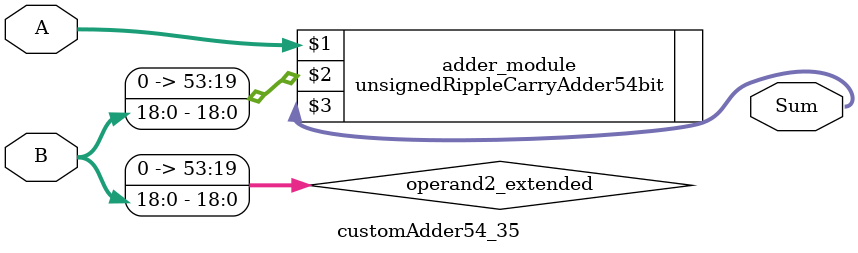
<source format=v>
module customAdder54_35(
                        input [53 : 0] A,
                        input [18 : 0] B,
                        
                        output [54 : 0] Sum
                );

        wire [53 : 0] operand2_extended;
        
        assign operand2_extended =  {35'b0, B};
        
        unsignedRippleCarryAdder54bit adder_module(
            A,
            operand2_extended,
            Sum
        );
        
        endmodule
        
</source>
